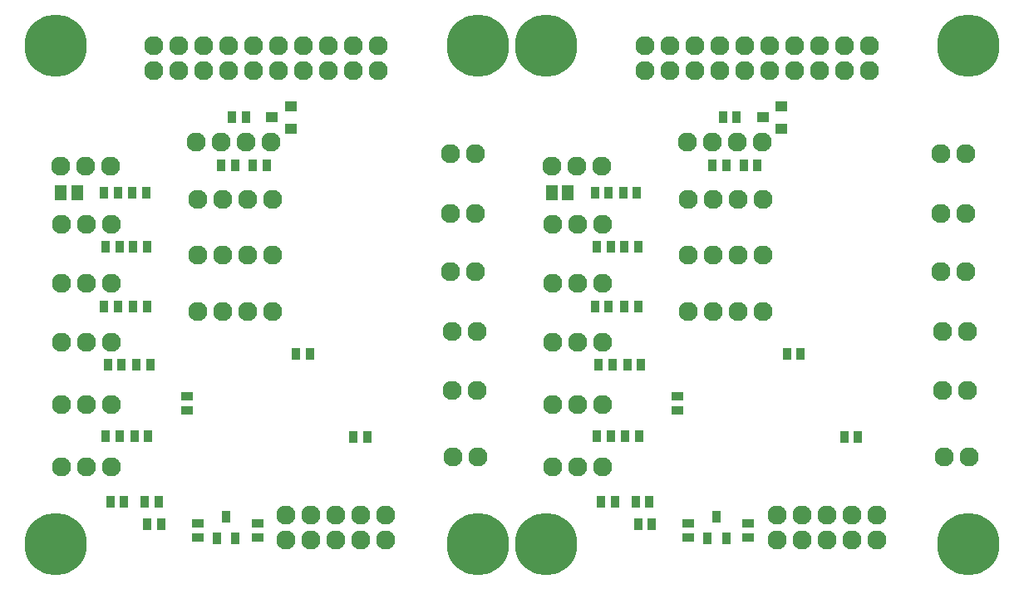
<source format=gbs>
G04 EasyPC Gerber Version 21.0.3 Build 4286 *
G04 #@! TF.Part,Single*
G04 #@! TF.FileFunction,Soldermask,Bot *
G04 #@! TF.FilePolarity,Negative *
%FSLAX45Y45*%
%MOIN*%
G04 #@! TA.AperFunction,SMDPad*
%ADD11R,0.03559X0.04937*%
%ADD102R,0.03559X0.05134*%
%ADD126R,0.04583X0.06472*%
G04 #@! TA.AperFunction,ComponentPad*
%ADD19C,0.07693*%
G04 #@! TA.AperFunction,SMDPad*
%ADD93R,0.04937X0.03559*%
G04 #@! TA.AperFunction,WasherPad*
%ADD89C,0.25016*%
G04 #@! TA.AperFunction,SMDPad*
%ADD125R,0.04827X0.04157*%
X0Y0D02*
D02*
D11*
X137829Y448675D03*
Y494344D03*
X138616Y396707D03*
Y472691D03*
X139404Y425447D03*
X140427Y370329D03*
X143380Y448675D03*
Y494344D03*
X144167Y396707D03*
Y472691D03*
X144955Y425447D03*
X145978Y370329D03*
X149246Y494344D03*
X149640Y448675D03*
Y472691D03*
X150033Y396707D03*
X150821Y425447D03*
X154207Y370329D03*
X154797Y494344D03*
X155152Y361274D03*
X155191Y448675D03*
Y472691D03*
X155585Y396707D03*
X156372Y425447D03*
X159758Y370329D03*
X160703Y361274D03*
X184915Y505368D03*
X189246Y524659D03*
X190467Y505368D03*
X194797Y524659D03*
X197514Y505368D03*
X203065D03*
X214837Y429778D03*
X220388D03*
X237829Y396313D03*
X243380D03*
X334679Y448675D03*
Y494344D03*
X335467Y396707D03*
Y472691D03*
X336254Y425447D03*
X337278Y370329D03*
X340230Y448675D03*
Y494344D03*
X341018Y396707D03*
Y472691D03*
X341805Y425447D03*
X342829Y370329D03*
X346096Y494344D03*
X346490Y448675D03*
Y472691D03*
X346884Y396707D03*
X347671Y425447D03*
X351057Y370329D03*
X351648Y494344D03*
X352002Y361274D03*
X352041Y448675D03*
Y472691D03*
X352435Y396707D03*
X353222Y425447D03*
X356608Y370329D03*
X357553Y361274D03*
X381766Y505368D03*
X386096Y524659D03*
X387317Y505368D03*
X391648Y524659D03*
X394364Y505368D03*
X399915D03*
X411687Y429778D03*
X417238D03*
X434679Y396313D03*
X440230D03*
D02*
D19*
X120486Y504974D03*
X120880Y384305D03*
Y409305D03*
Y434502D03*
Y458124D03*
Y481746D03*
X130486Y504974D03*
X130880Y384305D03*
Y409305D03*
Y434502D03*
Y458124D03*
Y481746D03*
X140486Y504974D03*
X140880Y384305D03*
Y409305D03*
Y434502D03*
Y458124D03*
Y481746D03*
X157927Y543281D03*
Y553281D03*
X167927Y543281D03*
Y553281D03*
X174935Y514817D03*
X175329Y446707D03*
Y469541D03*
Y491589D03*
X177927Y543281D03*
Y553281D03*
X184935Y514817D03*
X185329Y446707D03*
Y469541D03*
Y491589D03*
X187927Y543281D03*
Y553281D03*
X194935Y514817D03*
X195329Y446707D03*
Y469541D03*
Y491589D03*
X197927Y543281D03*
Y553281D03*
X204935Y514817D03*
X205329Y446707D03*
Y469541D03*
Y491589D03*
X207927Y543281D03*
Y553281D03*
X210870Y355046D03*
Y365046D03*
X217927Y543281D03*
Y553281D03*
X220870Y355046D03*
Y365046D03*
X227927Y543281D03*
Y553281D03*
X230870Y355046D03*
Y365046D03*
X237927Y543281D03*
Y553281D03*
X240870Y355046D03*
Y365046D03*
X247927Y543281D03*
Y553281D03*
X250870Y355046D03*
Y365046D03*
X276667Y462848D03*
Y486077D03*
Y510093D03*
X277455Y415211D03*
Y438833D03*
X277848Y388489D03*
X286667Y462848D03*
Y486077D03*
Y510093D03*
X287455Y415211D03*
Y438833D03*
X287848Y388489D03*
X317337Y504974D03*
X317730Y384305D03*
Y409305D03*
Y434502D03*
Y458124D03*
Y481746D03*
X327337Y504974D03*
X327730Y384305D03*
Y409305D03*
Y434502D03*
Y458124D03*
Y481746D03*
X337337Y504974D03*
X337730Y384305D03*
Y409305D03*
Y434502D03*
Y458124D03*
Y481746D03*
X354778Y543281D03*
Y553281D03*
X364778Y543281D03*
Y553281D03*
X371785Y514817D03*
X372179Y446707D03*
Y469541D03*
Y491589D03*
X374778Y543281D03*
Y553281D03*
X381785Y514817D03*
X382179Y446707D03*
Y469541D03*
Y491589D03*
X384778Y543281D03*
Y553281D03*
X391785Y514817D03*
X392179Y446707D03*
Y469541D03*
Y491589D03*
X394778Y543281D03*
Y553281D03*
X401785Y514817D03*
X402179Y446707D03*
Y469541D03*
Y491589D03*
X404778Y543281D03*
Y553281D03*
X407720Y355046D03*
Y365046D03*
X414778Y543281D03*
Y553281D03*
X417720Y355046D03*
Y365046D03*
X424778Y543281D03*
Y553281D03*
X427720Y355046D03*
Y365046D03*
X434778Y543281D03*
Y553281D03*
X437720Y355046D03*
Y365046D03*
X444778Y543281D03*
Y553281D03*
X447720Y355046D03*
Y365046D03*
X473518Y462848D03*
Y486077D03*
Y510093D03*
X474305Y415211D03*
Y438833D03*
X474699Y388489D03*
X483518Y462848D03*
Y486077D03*
Y510093D03*
X484305Y415211D03*
Y438833D03*
X484699Y388489D03*
D02*
D89*
X118439Y353557D03*
Y553557D03*
X287770Y353557D03*
Y553557D03*
X315289Y353557D03*
Y553557D03*
X484620Y353557D03*
Y553557D03*
D02*
D93*
X171037Y407041D03*
Y412593D03*
X175368Y356254D03*
Y361805D03*
X199384Y356254D03*
Y361805D03*
X367888Y407041D03*
Y412593D03*
X372219Y356254D03*
Y361805D03*
X396234Y356254D03*
Y361805D03*
D02*
D102*
X183006Y355762D03*
X186785Y364423D03*
X190565Y355762D03*
X379856D03*
X383636Y364423D03*
X387415Y355762D03*
D02*
D125*
X205289Y524659D03*
X212732Y519995D03*
Y529230D03*
X402140Y524659D03*
X409582Y519995D03*
Y529230D03*
D02*
D126*
X120565Y494344D03*
X127022D03*
X317415D03*
X323872D03*
X0Y0D02*
M02*

</source>
